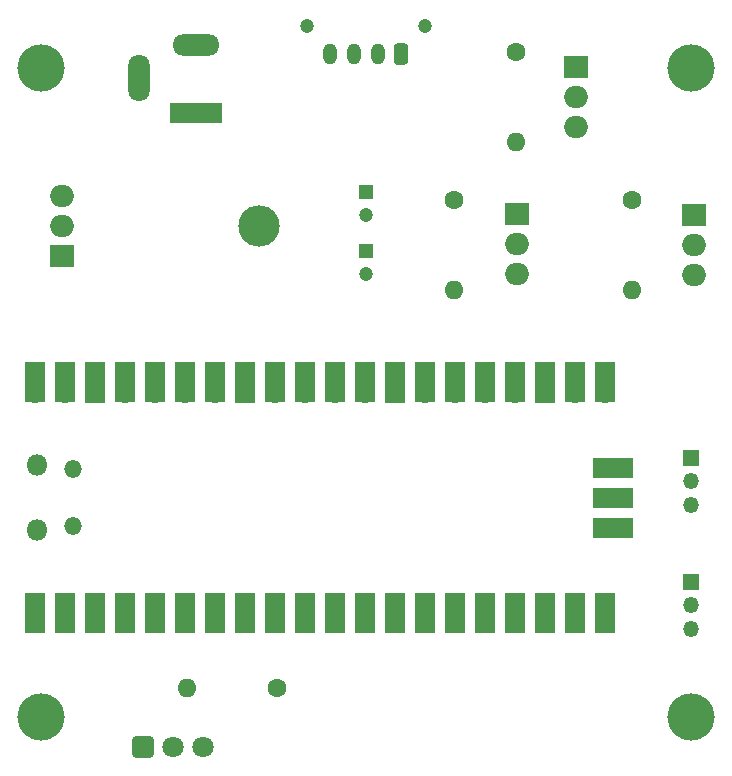
<source format=gts>
%TF.GenerationSoftware,KiCad,Pcbnew,7.0.0-1.fc37*%
%TF.CreationDate,2023-03-02T16:58:32+00:00*%
%TF.ProjectId,led_strip_controller,6c65645f-7374-4726-9970-5f636f6e7472,4*%
%TF.SameCoordinates,Original*%
%TF.FileFunction,Soldermask,Top*%
%TF.FilePolarity,Negative*%
%FSLAX46Y46*%
G04 Gerber Fmt 4.6, Leading zero omitted, Abs format (unit mm)*
G04 Created by KiCad (PCBNEW 7.0.0-1.fc37) date 2023-03-02 16:58:32*
%MOMM*%
%LPD*%
G01*
G04 APERTURE LIST*
G04 Aperture macros list*
%AMRoundRect*
0 Rectangle with rounded corners*
0 $1 Rounding radius*
0 $2 $3 $4 $5 $6 $7 $8 $9 X,Y pos of 4 corners*
0 Add a 4 corners polygon primitive as box body*
4,1,4,$2,$3,$4,$5,$6,$7,$8,$9,$2,$3,0*
0 Add four circle primitives for the rounded corners*
1,1,$1+$1,$2,$3*
1,1,$1+$1,$4,$5*
1,1,$1+$1,$6,$7*
1,1,$1+$1,$8,$9*
0 Add four rect primitives between the rounded corners*
20,1,$1+$1,$2,$3,$4,$5,0*
20,1,$1+$1,$4,$5,$6,$7,0*
20,1,$1+$1,$6,$7,$8,$9,0*
20,1,$1+$1,$8,$9,$2,$3,0*%
G04 Aperture macros list end*
%ADD10R,2.000000X1.905000*%
%ADD11O,2.000000X1.905000*%
%ADD12C,4.000000*%
%ADD13O,3.500000X3.500000*%
%ADD14R,4.400000X1.800000*%
%ADD15O,4.000000X1.800000*%
%ADD16O,1.800000X4.000000*%
%ADD17C,1.600000*%
%ADD18O,1.600000X1.600000*%
%ADD19RoundRect,0.248400X-0.651600X-0.651600X0.651600X-0.651600X0.651600X0.651600X-0.651600X0.651600X0*%
%ADD20C,1.800000*%
%ADD21C,1.200000*%
%ADD22RoundRect,0.250000X0.350000X0.650000X-0.350000X0.650000X-0.350000X-0.650000X0.350000X-0.650000X0*%
%ADD23O,1.200000X1.800000*%
%ADD24R,1.350000X1.350000*%
%ADD25O,1.350000X1.350000*%
%ADD26R,1.200000X1.200000*%
%ADD27O,1.800000X1.800000*%
%ADD28O,1.500000X1.500000*%
%ADD29O,1.700000X1.700000*%
%ADD30R,1.700000X3.500000*%
%ADD31R,1.700000X1.700000*%
%ADD32R,3.500000X1.700000*%
G04 APERTURE END LIST*
D10*
X142499999Y-72419999D03*
D11*
X142499999Y-74959999D03*
X142499999Y-77499999D03*
D10*
X147499999Y-59919999D03*
D11*
X147499999Y-62459999D03*
X147499999Y-64999999D03*
D10*
X157499999Y-72459999D03*
D11*
X157499999Y-74999999D03*
X157499999Y-77539999D03*
D12*
X157220000Y-60000000D03*
D13*
X120638726Y-73392717D03*
D10*
X103978726Y-75932717D03*
D11*
X103978726Y-73392717D03*
X103978726Y-70852717D03*
D14*
X115319999Y-63849999D03*
D15*
X115319999Y-58049999D03*
D16*
X110519999Y-60849999D03*
D17*
X142449793Y-58684866D03*
D18*
X142449792Y-66304865D03*
D19*
X110870000Y-117500000D03*
D20*
X113410000Y-117500000D03*
X115950000Y-117500000D03*
D21*
X134720000Y-56425000D03*
X124720000Y-56425000D03*
D22*
X132720000Y-58825000D03*
D23*
X130719999Y-58824999D03*
X128719999Y-58824999D03*
X126719999Y-58824999D03*
D24*
X157219999Y-103499999D03*
D25*
X157219999Y-105499999D03*
X157219999Y-107499999D03*
D26*
X129719999Y-75499999D03*
D21*
X129720000Y-77500000D03*
D27*
X101869999Y-99114999D03*
D28*
X104899999Y-98814999D03*
X104899999Y-93964999D03*
D27*
X101869999Y-93664999D03*
D29*
X101739999Y-105279999D03*
D30*
X101739999Y-106179999D03*
D29*
X104279999Y-105279999D03*
D30*
X104279999Y-106179999D03*
D31*
X106819999Y-105279999D03*
D30*
X106819999Y-106179999D03*
D29*
X109359999Y-105279999D03*
D30*
X109359999Y-106179999D03*
D29*
X111899999Y-105279999D03*
D30*
X111899999Y-106179999D03*
D29*
X114439999Y-105279999D03*
D30*
X114439999Y-106179999D03*
D29*
X116979999Y-105279999D03*
D30*
X116979999Y-106179999D03*
D31*
X119519999Y-105279999D03*
D30*
X119519999Y-106179999D03*
D29*
X122059999Y-105279999D03*
D30*
X122059999Y-106179999D03*
D29*
X124599999Y-105279999D03*
D30*
X124599999Y-106179999D03*
D29*
X127139999Y-105279999D03*
D30*
X127139999Y-106179999D03*
D29*
X129679999Y-105279999D03*
D30*
X129679999Y-106179999D03*
D31*
X132219999Y-105279999D03*
D30*
X132219999Y-106179999D03*
D29*
X134759999Y-105279999D03*
D30*
X134759999Y-106179999D03*
D29*
X137299999Y-105279999D03*
D30*
X137299999Y-106179999D03*
D29*
X139839999Y-105279999D03*
D30*
X139839999Y-106179999D03*
D29*
X142379999Y-105279999D03*
D30*
X142379999Y-106179999D03*
D31*
X144919999Y-105279999D03*
D30*
X144919999Y-106179999D03*
D29*
X147459999Y-105279999D03*
D30*
X147459999Y-106179999D03*
D29*
X149999999Y-105279999D03*
D30*
X149999999Y-106179999D03*
D29*
X149999999Y-87499999D03*
D30*
X149999999Y-86599999D03*
D29*
X147459999Y-87499999D03*
D30*
X147459999Y-86599999D03*
D31*
X144919999Y-87499999D03*
D30*
X144919999Y-86599999D03*
D29*
X142379999Y-87499999D03*
D30*
X142379999Y-86599999D03*
D29*
X139839999Y-87499999D03*
D30*
X139839999Y-86599999D03*
D29*
X137299999Y-87499999D03*
D30*
X137299999Y-86599999D03*
D29*
X134759999Y-87499999D03*
D30*
X134759999Y-86599999D03*
D31*
X132219999Y-87499999D03*
D30*
X132219999Y-86599999D03*
D29*
X129679999Y-87499999D03*
D30*
X129679999Y-86599999D03*
D29*
X127139999Y-87499999D03*
D30*
X127139999Y-86599999D03*
D29*
X124599999Y-87499999D03*
D30*
X124599999Y-86599999D03*
D29*
X122059999Y-87499999D03*
D30*
X122059999Y-86599999D03*
D31*
X119519999Y-87499999D03*
D30*
X119519999Y-86599999D03*
D29*
X116979999Y-87499999D03*
D30*
X116979999Y-86599999D03*
D29*
X114439999Y-87499999D03*
D30*
X114439999Y-86599999D03*
D29*
X111899999Y-87499999D03*
D30*
X111899999Y-86599999D03*
D29*
X109359999Y-87499999D03*
D30*
X109359999Y-86599999D03*
D31*
X106819999Y-87499999D03*
D30*
X106819999Y-86599999D03*
D29*
X104279999Y-87499999D03*
D30*
X104279999Y-86599999D03*
D29*
X101739999Y-87499999D03*
D30*
X101739999Y-86599999D03*
D29*
X149769999Y-98929999D03*
D32*
X150669999Y-98929999D03*
D31*
X149769999Y-96389999D03*
D32*
X150669999Y-96389999D03*
D29*
X149769999Y-93849999D03*
D32*
X150669999Y-93849999D03*
D17*
X152220000Y-71190000D03*
D18*
X152219999Y-78809999D03*
D26*
X129719999Y-70499999D03*
D21*
X129720000Y-72500000D03*
D12*
X157220000Y-115000000D03*
D17*
X122220000Y-112500000D03*
D18*
X114599999Y-112499999D03*
D12*
X102220000Y-60000000D03*
D17*
X137220000Y-71190000D03*
D18*
X137219999Y-78809999D03*
D12*
X102220000Y-115000000D03*
D24*
X157219999Y-92999999D03*
D25*
X157219999Y-94999999D03*
X157219999Y-96999999D03*
M02*

</source>
